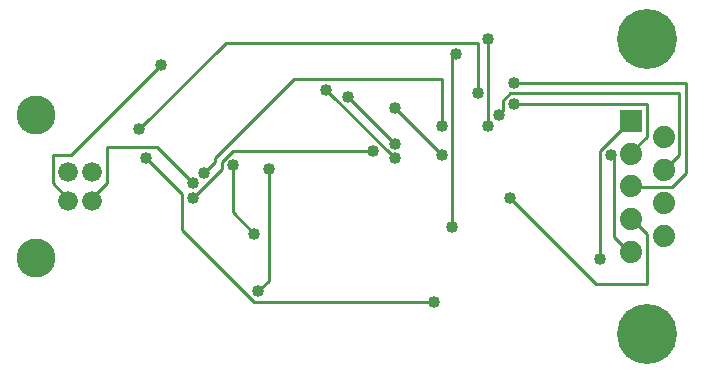
<source format=gbl>
G75*
G70*
%OFA0B0*%
%FSLAX24Y24*%
%IPPOS*%
%LPD*%
%AMOC8*
5,1,8,0,0,1.08239X$1,22.5*
%
%ADD10R,0.0740X0.0740*%
%ADD11C,0.0740*%
%ADD12C,0.2000*%
%ADD13C,0.0660*%
%ADD14C,0.1300*%
%ADD15C,0.0100*%
%ADD16C,0.0400*%
D10*
X023814Y011782D03*
D11*
X024932Y011235D03*
X023814Y010691D03*
X024932Y010144D03*
X023814Y009601D03*
X024932Y009057D03*
X023814Y008510D03*
X024932Y007967D03*
X023814Y007420D03*
D12*
X024373Y004680D03*
X024373Y014522D03*
D13*
X005853Y010093D03*
X005073Y010093D03*
X005073Y009109D03*
X005853Y009109D03*
D14*
X004003Y007231D03*
X004003Y011971D03*
D15*
X008873Y008141D02*
X011273Y005741D01*
X017273Y005741D01*
X017873Y008261D02*
X017873Y013901D01*
X017993Y014021D01*
X018713Y014381D02*
X018713Y012701D01*
X019553Y012461D02*
X019553Y012101D01*
X019433Y011981D01*
X019553Y012461D02*
X019793Y012701D01*
X025433Y012701D01*
X025433Y010661D01*
X024953Y010181D01*
X024932Y010144D01*
X025193Y009581D02*
X025673Y010061D01*
X025673Y013061D01*
X019913Y013061D01*
X019913Y012341D02*
X024353Y012341D01*
X024353Y011261D01*
X023873Y010781D01*
X023814Y010691D01*
X023273Y010541D02*
X023273Y007901D01*
X023753Y007421D01*
X023814Y007420D01*
X024353Y008021D02*
X023873Y008501D01*
X023814Y008510D01*
X024353Y008021D02*
X024353Y006341D01*
X022673Y006341D01*
X019793Y009221D01*
X017513Y010661D02*
X015953Y012221D01*
X015953Y011021D02*
X014393Y012581D01*
X013673Y012821D02*
X015953Y010541D01*
X015233Y010781D02*
X010553Y010781D01*
X010193Y010421D01*
X010193Y010181D01*
X009233Y009221D01*
X008873Y009341D02*
X008873Y008141D01*
X008873Y009341D02*
X007673Y010541D01*
X008033Y010901D02*
X006353Y010901D01*
X006353Y009701D01*
X005873Y009221D01*
X005853Y009109D01*
X005073Y009109D02*
X005033Y009221D01*
X004553Y009701D01*
X004553Y010661D01*
X005153Y010661D01*
X008153Y013661D01*
X010313Y014381D02*
X018713Y014381D01*
X019073Y014501D02*
X019073Y011621D01*
X017513Y011621D02*
X017513Y013181D01*
X012593Y013181D01*
X009953Y010541D01*
X009953Y010421D01*
X009593Y010061D01*
X009233Y009701D02*
X008033Y010901D01*
X007433Y011501D02*
X010313Y014381D01*
X010553Y010301D02*
X010553Y008741D01*
X011273Y008021D01*
X011753Y006461D02*
X011753Y010181D01*
X011753Y006461D02*
X011393Y006101D01*
X022793Y007181D02*
X022793Y010781D01*
X023753Y011741D01*
X023814Y011782D01*
X023153Y010661D02*
X023273Y010541D01*
X023814Y009601D02*
X023873Y009581D01*
X025193Y009581D01*
D16*
X023153Y010661D03*
X019913Y012341D03*
X019433Y011981D03*
X019073Y011621D03*
X018713Y012701D03*
X019913Y013061D03*
X017993Y014021D03*
X019073Y014501D03*
X015953Y012221D03*
X014393Y012581D03*
X013673Y012821D03*
X015953Y011021D03*
X015233Y010781D03*
X015953Y010541D03*
X017513Y010661D03*
X017513Y011621D03*
X019793Y009221D03*
X017873Y008261D03*
X017273Y005741D03*
X022793Y007181D03*
X011753Y010181D03*
X010553Y010301D03*
X009593Y010061D03*
X009233Y009701D03*
X009233Y009221D03*
X007673Y010541D03*
X007433Y011501D03*
X008153Y013661D03*
X011273Y008021D03*
X011393Y006101D03*
M02*

</source>
